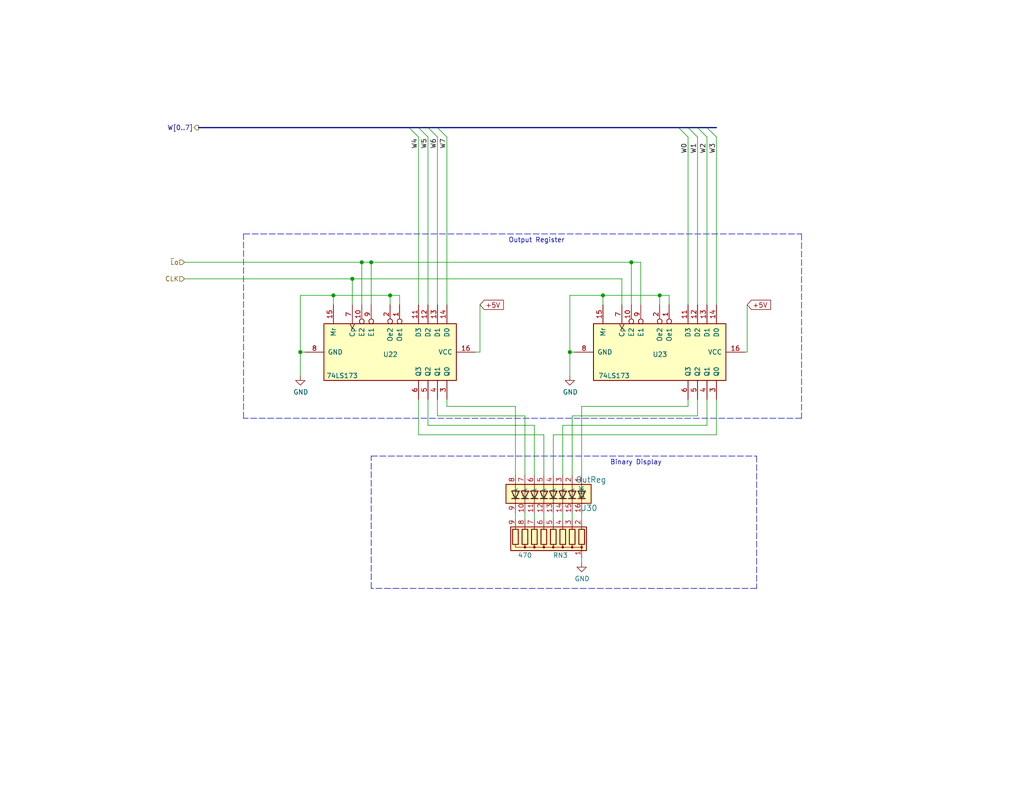
<source format=kicad_sch>
(kicad_sch (version 20211123) (generator eeschema)

  (uuid 93841440-55f7-441a-b3f3-1b6bc333ab9e)

  (paper "User" 275.006 215.011)

  (lib_symbols
    (symbol "74xx:74LS173" (pin_names (offset 1.016)) (in_bom yes) (on_board yes)
      (property "Reference" "U" (id 0) (at -7.62 19.05 0)
        (effects (font (size 1.27 1.27)))
      )
      (property "Value" "74LS173" (id 1) (at -7.62 -19.05 0)
        (effects (font (size 1.27 1.27)))
      )
      (property "Footprint" "" (id 2) (at 0 0 0)
        (effects (font (size 1.27 1.27)) hide)
      )
      (property "Datasheet" "http://www.ti.com/lit/gpn/sn74LS173" (id 3) (at 0 0 0)
        (effects (font (size 1.27 1.27)) hide)
      )
      (property "ki_locked" "" (id 4) (at 0 0 0)
        (effects (font (size 1.27 1.27)))
      )
      (property "ki_keywords" "TTL REG REG4 3State DFF" (id 5) (at 0 0 0)
        (effects (font (size 1.27 1.27)) hide)
      )
      (property "ki_description" "4-bit D-type Register, 3 state out" (id 6) (at 0 0 0)
        (effects (font (size 1.27 1.27)) hide)
      )
      (property "ki_fp_filters" "DIP?16*" (id 7) (at 0 0 0)
        (effects (font (size 1.27 1.27)) hide)
      )
      (symbol "74LS173_1_0"
        (pin input inverted (at -12.7 2.54 0) (length 5.08)
          (name "Oe1" (effects (font (size 1.27 1.27))))
          (number "1" (effects (font (size 1.27 1.27))))
        )
        (pin input inverted (at -12.7 -7.62 0) (length 5.08)
          (name "E2" (effects (font (size 1.27 1.27))))
          (number "10" (effects (font (size 1.27 1.27))))
        )
        (pin input line (at -12.7 7.62 0) (length 5.08)
          (name "D3" (effects (font (size 1.27 1.27))))
          (number "11" (effects (font (size 1.27 1.27))))
        )
        (pin input line (at -12.7 10.16 0) (length 5.08)
          (name "D2" (effects (font (size 1.27 1.27))))
          (number "12" (effects (font (size 1.27 1.27))))
        )
        (pin input line (at -12.7 12.7 0) (length 5.08)
          (name "D1" (effects (font (size 1.27 1.27))))
          (number "13" (effects (font (size 1.27 1.27))))
        )
        (pin input line (at -12.7 15.24 0) (length 5.08)
          (name "D0" (effects (font (size 1.27 1.27))))
          (number "14" (effects (font (size 1.27 1.27))))
        )
        (pin input line (at -12.7 -15.24 0) (length 5.08)
          (name "Mr" (effects (font (size 1.27 1.27))))
          (number "15" (effects (font (size 1.27 1.27))))
        )
        (pin power_in line (at 0 22.86 270) (length 5.08)
          (name "VCC" (effects (font (size 1.27 1.27))))
          (number "16" (effects (font (size 1.27 1.27))))
        )
        (pin input inverted (at -12.7 0 0) (length 5.08)
          (name "Oe2" (effects (font (size 1.27 1.27))))
          (number "2" (effects (font (size 1.27 1.27))))
        )
        (pin tri_state line (at 12.7 15.24 180) (length 5.08)
          (name "Q0" (effects (font (size 1.27 1.27))))
          (number "3" (effects (font (size 1.27 1.27))))
        )
        (pin tri_state line (at 12.7 12.7 180) (length 5.08)
          (name "Q1" (effects (font (size 1.27 1.27))))
          (number "4" (effects (font (size 1.27 1.27))))
        )
        (pin tri_state line (at 12.7 10.16 180) (length 5.08)
          (name "Q2" (effects (font (size 1.27 1.27))))
          (number "5" (effects (font (size 1.27 1.27))))
        )
        (pin tri_state line (at 12.7 7.62 180) (length 5.08)
          (name "Q3" (effects (font (size 1.27 1.27))))
          (number "6" (effects (font (size 1.27 1.27))))
        )
        (pin input clock (at -12.7 -10.16 0) (length 5.08)
          (name "Cp" (effects (font (size 1.27 1.27))))
          (number "7" (effects (font (size 1.27 1.27))))
        )
        (pin power_in line (at 0 -22.86 90) (length 5.08)
          (name "GND" (effects (font (size 1.27 1.27))))
          (number "8" (effects (font (size 1.27 1.27))))
        )
        (pin input inverted (at -12.7 -5.08 0) (length 5.08)
          (name "E1" (effects (font (size 1.27 1.27))))
          (number "9" (effects (font (size 1.27 1.27))))
        )
      )
      (symbol "74LS173_1_1"
        (rectangle (start -7.62 17.78) (end 7.62 -17.78)
          (stroke (width 0.254) (type default) (color 0 0 0 0))
          (fill (type background))
        )
      )
    )
    (symbol "8bitcomputer-Malvino-rescue:8segmBarGraph-zDirkLibrary" (pin_names (offset 1.016)) (in_bom yes) (on_board yes)
      (property "Reference" "U" (id 0) (at 0 12.7 0)
        (effects (font (size 1.524 1.524)))
      )
      (property "Value" "8segmBarGraph-zDirkLibrary" (id 1) (at 0 -12.7 0)
        (effects (font (size 1.524 1.524)))
      )
      (property "Footprint" "" (id 2) (at 0 0 0)
        (effects (font (size 1.524 1.524)) hide)
      )
      (property "Datasheet" "" (id 3) (at 0 0 0)
        (effects (font (size 1.524 1.524)) hide)
      )
      (symbol "8segmBarGraph-zDirkLibrary_1_1"
        (rectangle (start -2.54 11.43) (end 2.54 -11.43)
          (stroke (width 0.254) (type default) (color 0 0 0 0))
          (fill (type background))
        )
        (polyline
          (pts
            (xy -2.54 -8.89)
            (xy 2.54 -8.89)
          )
          (stroke (width 0) (type default) (color 0 0 0 0))
          (fill (type none))
        )
        (polyline
          (pts
            (xy -2.54 -6.35)
            (xy 2.54 -6.35)
          )
          (stroke (width 0) (type default) (color 0 0 0 0))
          (fill (type none))
        )
        (polyline
          (pts
            (xy -2.54 -1.27)
            (xy 2.54 -1.27)
          )
          (stroke (width 0) (type default) (color 0 0 0 0))
          (fill (type none))
        )
        (polyline
          (pts
            (xy -2.54 3.81)
            (xy 2.54 3.81)
          )
          (stroke (width 0) (type default) (color 0 0 0 0))
          (fill (type none))
        )
        (polyline
          (pts
            (xy -2.54 6.35)
            (xy 2.54 6.35)
          )
          (stroke (width 0) (type default) (color 0 0 0 0))
          (fill (type none))
        )
        (polyline
          (pts
            (xy -2.54 8.89)
            (xy 2.54 8.89)
          )
          (stroke (width 0) (type default) (color 0 0 0 0))
          (fill (type none))
        )
        (polyline
          (pts
            (xy 1.27 -7.874)
            (xy 1.27 -9.906)
          )
          (stroke (width 0.254) (type default) (color 0 0 0 0))
          (fill (type none))
        )
        (polyline
          (pts
            (xy 1.27 -5.334)
            (xy 1.27 -7.366)
          )
          (stroke (width 0.254) (type default) (color 0 0 0 0))
          (fill (type none))
        )
        (polyline
          (pts
            (xy 1.27 -2.794)
            (xy 1.27 -4.826)
          )
          (stroke (width 0.254) (type default) (color 0 0 0 0))
          (fill (type none))
        )
        (polyline
          (pts
            (xy 1.27 -0.254)
            (xy 1.27 -2.286)
          )
          (stroke (width 0.254) (type default) (color 0 0 0 0))
          (fill (type none))
        )
        (polyline
          (pts
            (xy 1.27 2.286)
            (xy 1.27 0.254)
          )
          (stroke (width 0.254) (type default) (color 0 0 0 0))
          (fill (type none))
        )
        (polyline
          (pts
            (xy 1.27 4.826)
            (xy 1.27 2.794)
          )
          (stroke (width 0.254) (type default) (color 0 0 0 0))
          (fill (type none))
        )
        (polyline
          (pts
            (xy 1.27 7.366)
            (xy 1.27 5.334)
          )
          (stroke (width 0.254) (type default) (color 0 0 0 0))
          (fill (type none))
        )
        (polyline
          (pts
            (xy 1.27 9.906)
            (xy 1.27 7.874)
          )
          (stroke (width 0.254) (type default) (color 0 0 0 0))
          (fill (type none))
        )
        (polyline
          (pts
            (xy 2.54 -3.81)
            (xy -2.54 -3.81)
          )
          (stroke (width 0) (type default) (color 0 0 0 0))
          (fill (type none))
        )
        (polyline
          (pts
            (xy 2.54 1.27)
            (xy -2.54 1.27)
          )
          (stroke (width 0) (type default) (color 0 0 0 0))
          (fill (type none))
        )
        (polyline
          (pts
            (xy -0.762 -7.874)
            (xy -0.762 -9.906)
            (xy 1.27 -8.89)
            (xy -0.762 -7.874)
          )
          (stroke (width 0.254) (type default) (color 0 0 0 0))
          (fill (type none))
        )
        (polyline
          (pts
            (xy -0.762 -5.334)
            (xy -0.762 -7.366)
            (xy 1.27 -6.35)
            (xy -0.762 -5.334)
          )
          (stroke (width 0.254) (type default) (color 0 0 0 0))
          (fill (type none))
        )
        (polyline
          (pts
            (xy -0.762 -2.794)
            (xy -0.762 -4.826)
            (xy 1.27 -3.81)
            (xy -0.762 -2.794)
          )
          (stroke (width 0.254) (type default) (color 0 0 0 0))
          (fill (type none))
        )
        (polyline
          (pts
            (xy -0.762 -0.254)
            (xy -0.762 -2.286)
            (xy 1.27 -1.27)
            (xy -0.762 -0.254)
          )
          (stroke (width 0.254) (type default) (color 0 0 0 0))
          (fill (type none))
        )
        (polyline
          (pts
            (xy -0.762 2.286)
            (xy -0.762 0.254)
            (xy 1.27 1.27)
            (xy -0.762 2.286)
          )
          (stroke (width 0.254) (type default) (color 0 0 0 0))
          (fill (type none))
        )
        (polyline
          (pts
            (xy -0.762 4.826)
            (xy -0.762 2.794)
            (xy 1.27 3.81)
            (xy -0.762 4.826)
          )
          (stroke (width 0.254) (type default) (color 0 0 0 0))
          (fill (type none))
        )
        (polyline
          (pts
            (xy -0.762 7.366)
            (xy -0.762 5.334)
            (xy 1.27 6.35)
            (xy -0.762 7.366)
          )
          (stroke (width 0.254) (type default) (color 0 0 0 0))
          (fill (type none))
        )
        (polyline
          (pts
            (xy -0.762 9.906)
            (xy -0.762 7.874)
            (xy 1.27 8.89)
            (xy -0.762 9.906)
          )
          (stroke (width 0.254) (type default) (color 0 0 0 0))
          (fill (type none))
        )
        (pin passive line (at -5.08 8.89 0) (length 2.54)
          (name "A" (effects (font (size 1.27 1.27))))
          (number "1" (effects (font (size 1.27 1.27))))
        )
        (pin passive line (at 5.08 -6.35 180) (length 2.54)
          (name "K" (effects (font (size 1.27 1.27))))
          (number "10" (effects (font (size 1.27 1.27))))
        )
        (pin passive line (at 5.08 -3.81 180) (length 2.54)
          (name "K" (effects (font (size 1.27 1.27))))
          (number "11" (effects (font (size 1.27 1.27))))
        )
        (pin passive line (at 5.08 -1.27 180) (length 2.54)
          (name "K" (effects (font (size 1.27 1.27))))
          (number "12" (effects (font (size 1.27 1.27))))
        )
        (pin passive line (at 5.08 1.27 180) (length 2.54)
          (name "K" (effects (font (size 1.27 1.27))))
          (number "13" (effects (font (size 1.27 1.27))))
        )
        (pin passive line (at 5.08 3.81 180) (length 2.54)
          (name "K" (effects (font (size 1.27 1.27))))
          (number "14" (effects (font (size 1.27 1.27))))
        )
        (pin passive line (at 5.08 6.35 180) (length 2.54)
          (name "K" (effects (font (size 1.27 1.27))))
          (number "15" (effects (font (size 1.27 1.27))))
        )
        (pin passive line (at 5.08 8.89 180) (length 2.54)
          (name "16K" (effects (font (size 1.27 1.27))))
          (number "16" (effects (font (size 1.27 1.27))))
        )
        (pin passive line (at -5.08 6.35 0) (length 2.54)
          (name "A" (effects (font (size 1.27 1.27))))
          (number "2" (effects (font (size 1.27 1.27))))
        )
        (pin passive line (at -5.08 3.81 0) (length 2.54)
          (name "A" (effects (font (size 1.27 1.27))))
          (number "3" (effects (font (size 1.27 1.27))))
        )
        (pin passive line (at -5.08 1.27 0) (length 2.54)
          (name "A" (effects (font (size 1.27 1.27))))
          (number "4" (effects (font (size 1.27 1.27))))
        )
        (pin passive line (at -5.08 -1.27 0) (length 2.54)
          (name "A" (effects (font (size 1.27 1.27))))
          (number "5" (effects (font (size 1.27 1.27))))
        )
        (pin passive line (at -5.08 -3.81 0) (length 2.54)
          (name "A" (effects (font (size 1.27 1.27))))
          (number "6" (effects (font (size 1.27 1.27))))
        )
        (pin passive line (at -5.08 -6.35 0) (length 2.54)
          (name "A" (effects (font (size 1.27 1.27))))
          (number "7" (effects (font (size 1.27 1.27))))
        )
        (pin passive line (at -5.08 -8.89 0) (length 2.54)
          (name "A" (effects (font (size 1.27 1.27))))
          (number "8" (effects (font (size 1.27 1.27))))
        )
        (pin passive line (at 5.08 -8.89 180) (length 2.54)
          (name "K" (effects (font (size 1.27 1.27))))
          (number "9" (effects (font (size 1.27 1.27))))
        )
      )
    )
    (symbol "Device:R_Network08" (pin_names (offset 0) hide) (in_bom yes) (on_board yes)
      (property "Reference" "RN" (id 0) (at -12.7 0 90)
        (effects (font (size 1.27 1.27)))
      )
      (property "Value" "R_Network08" (id 1) (at 10.16 0 90)
        (effects (font (size 1.27 1.27)))
      )
      (property "Footprint" "Resistor_THT:R_Array_SIP9" (id 2) (at 12.065 0 90)
        (effects (font (size 1.27 1.27)) hide)
      )
      (property "Datasheet" "http://www.vishay.com/docs/31509/csc.pdf" (id 3) (at 0 0 0)
        (effects (font (size 1.27 1.27)) hide)
      )
      (property "ki_keywords" "R network star-topology" (id 4) (at 0 0 0)
        (effects (font (size 1.27 1.27)) hide)
      )
      (property "ki_description" "8 resistor network, star topology, bussed resistors, small symbol" (id 5) (at 0 0 0)
        (effects (font (size 1.27 1.27)) hide)
      )
      (property "ki_fp_filters" "R?Array?SIP*" (id 6) (at 0 0 0)
        (effects (font (size 1.27 1.27)) hide)
      )
      (symbol "R_Network08_0_1"
        (rectangle (start -11.43 -3.175) (end 8.89 3.175)
          (stroke (width 0.254) (type default) (color 0 0 0 0))
          (fill (type background))
        )
        (rectangle (start -10.922 1.524) (end -9.398 -2.54)
          (stroke (width 0.254) (type default) (color 0 0 0 0))
          (fill (type none))
        )
        (circle (center -10.16 2.286) (radius 0.254)
          (stroke (width 0) (type default) (color 0 0 0 0))
          (fill (type outline))
        )
        (rectangle (start -8.382 1.524) (end -6.858 -2.54)
          (stroke (width 0.254) (type default) (color 0 0 0 0))
          (fill (type none))
        )
        (circle (center -7.62 2.286) (radius 0.254)
          (stroke (width 0) (type default) (color 0 0 0 0))
          (fill (type outline))
        )
        (rectangle (start -5.842 1.524) (end -4.318 -2.54)
          (stroke (width 0.254) (type default) (color 0 0 0 0))
          (fill (type none))
        )
        (circle (center -5.08 2.286) (radius 0.254)
          (stroke (width 0) (type default) (color 0 0 0 0))
          (fill (type outline))
        )
        (rectangle (start -3.302 1.524) (end -1.778 -2.54)
          (stroke (width 0.254) (type default) (color 0 0 0 0))
          (fill (type none))
        )
        (circle (center -2.54 2.286) (radius 0.254)
          (stroke (width 0) (type default) (color 0 0 0 0))
          (fill (type outline))
        )
        (rectangle (start -0.762 1.524) (end 0.762 -2.54)
          (stroke (width 0.254) (type default) (color 0 0 0 0))
          (fill (type none))
        )
        (polyline
          (pts
            (xy -10.16 -2.54)
            (xy -10.16 -3.81)
          )
          (stroke (width 0) (type default) (color 0 0 0 0))
          (fill (type none))
        )
        (polyline
          (pts
            (xy -7.62 -2.54)
            (xy -7.62 -3.81)
          )
          (stroke (width 0) (type default) (color 0 0 0 0))
          (fill (type none))
        )
        (polyline
          (pts
            (xy -5.08 -2.54)
            (xy -5.08 -3.81)
          )
          (stroke (width 0) (type default) (color 0 0 0 0))
          (fill (type none))
        )
        (polyline
          (pts
            (xy -2.54 -2.54)
            (xy -2.54 -3.81)
          )
          (stroke (width 0) (type default) (color 0 0 0 0))
          (fill (type none))
        )
        (polyline
          (pts
            (xy 0 -2.54)
            (xy 0 -3.81)
          )
          (stroke (width 0) (type default) (color 0 0 0 0))
          (fill (type none))
        )
        (polyline
          (pts
            (xy 2.54 -2.54)
            (xy 2.54 -3.81)
          )
          (stroke (width 0) (type default) (color 0 0 0 0))
          (fill (type none))
        )
        (polyline
          (pts
            (xy 5.08 -2.54)
            (xy 5.08 -3.81)
          )
          (stroke (width 0) (type default) (color 0 0 0 0))
          (fill (type none))
        )
        (polyline
          (pts
            (xy 7.62 -2.54)
            (xy 7.62 -3.81)
          )
          (stroke (width 0) (type default) (color 0 0 0 0))
          (fill (type none))
        )
        (polyline
          (pts
            (xy -10.16 1.524)
            (xy -10.16 2.286)
            (xy -7.62 2.286)
            (xy -7.62 1.524)
          )
          (stroke (width 0) (type default) (color 0 0 0 0))
          (fill (type none))
        )
        (polyline
          (pts
            (xy -7.62 1.524)
            (xy -7.62 2.286)
            (xy -5.08 2.286)
            (xy -5.08 1.524)
          )
          (stroke (width 0) (type default) (color 0 0 0 0))
          (fill (type none))
        )
        (polyline
          (pts
            (xy -5.08 1.524)
            (xy -5.08 2.286)
            (xy -2.54 2.286)
            (xy -2.54 1.524)
          )
          (stroke (width 0) (type default) (color 0 0 0 0))
          (fill (type none))
        )
        (polyline
          (pts
            (xy -2.54 1.524)
            (xy -2.54 2.286)
            (xy 0 2.286)
            (xy 0 1.524)
          )
          (stroke (width 0) (type default) (color 0 0 0 0))
          (fill (type none))
        )
        (polyline
          (pts
            (xy 0 1.524)
            (xy 0 2.286)
            (xy 2.54 2.286)
            (xy 2.54 1.524)
          )
          (stroke (width 0) (type default) (color 0 0 0 0))
          (fill (type none))
        )
        (polyline
          (pts
            (xy 2.54 1.524)
            (xy 2.54 2.286)
            (xy 5.08 2.286)
            (xy 5.08 1.524)
          )
          (stroke (width 0) (type default) (color 0 0 0 0))
          (fill (type none))
        )
        (polyline
          (pts
            (xy 5.08 1.524)
            (xy 5.08 2.286)
            (xy 7.62 2.286)
            (xy 7.62 1.524)
          )
          (stroke (width 0) (type default) (color 0 0 0 0))
          (fill (type none))
        )
        (circle (center 0 2.286) (radius 0.254)
          (stroke (width 0) (type default) (color 0 0 0 0))
          (fill (type outline))
        )
        (rectangle (start 1.778 1.524) (end 3.302 -2.54)
          (stroke (width 0.254) (type default) (color 0 0 0 0))
          (fill (type none))
        )
        (circle (center 2.54 2.286) (radius 0.254)
          (stroke (width 0) (type default) (color 0 0 0 0))
          (fill (type outline))
        )
        (rectangle (start 4.318 1.524) (end 5.842 -2.54)
          (stroke (width 0.254) (type default) (color 0 0 0 0))
          (fill (type none))
        )
        (circle (center 5.08 2.286) (radius 0.254)
          (stroke (width 0) (type default) (color 0 0 0 0))
          (fill (type outline))
        )
        (rectangle (start 6.858 1.524) (end 8.382 -2.54)
          (stroke (width 0.254) (type default) (color 0 0 0 0))
          (fill (type none))
        )
      )
      (symbol "R_Network08_1_1"
        (pin passive line (at -10.16 5.08 270) (length 2.54)
          (name "common" (effects (font (size 1.27 1.27))))
          (number "1" (effects (font (size 1.27 1.27))))
        )
        (pin passive line (at -10.16 -5.08 90) (length 1.27)
          (name "R1" (effects (font (size 1.27 1.27))))
          (number "2" (effects (font (size 1.27 1.27))))
        )
        (pin passive line (at -7.62 -5.08 90) (length 1.27)
          (name "R2" (effects (font (size 1.27 1.27))))
          (number "3" (effects (font (size 1.27 1.27))))
        )
        (pin passive line (at -5.08 -5.08 90) (length 1.27)
          (name "R3" (effects (font (size 1.27 1.27))))
          (number "4" (effects (font (size 1.27 1.27))))
        )
        (pin passive line (at -2.54 -5.08 90) (length 1.27)
          (name "R4" (effects (font (size 1.27 1.27))))
          (number "5" (effects (font (size 1.27 1.27))))
        )
        (pin passive line (at 0 -5.08 90) (length 1.27)
          (name "R5" (effects (font (size 1.27 1.27))))
          (number "6" (effects (font (size 1.27 1.27))))
        )
        (pin passive line (at 2.54 -5.08 90) (length 1.27)
          (name "R6" (effects (font (size 1.27 1.27))))
          (number "7" (effects (font (size 1.27 1.27))))
        )
        (pin passive line (at 5.08 -5.08 90) (length 1.27)
          (name "R7" (effects (font (size 1.27 1.27))))
          (number "8" (effects (font (size 1.27 1.27))))
        )
        (pin passive line (at 7.62 -5.08 90) (length 1.27)
          (name "R8" (effects (font (size 1.27 1.27))))
          (number "9" (effects (font (size 1.27 1.27))))
        )
      )
    )
    (symbol "power:GND" (power) (pin_names (offset 0)) (in_bom yes) (on_board yes)
      (property "Reference" "#PWR" (id 0) (at 0 -6.35 0)
        (effects (font (size 1.27 1.27)) hide)
      )
      (property "Value" "GND" (id 1) (at 0 -3.81 0)
        (effects (font (size 1.27 1.27)))
      )
      (property "Footprint" "" (id 2) (at 0 0 0)
        (effects (font (size 1.27 1.27)) hide)
      )
      (property "Datasheet" "" (id 3) (at 0 0 0)
        (effects (font (size 1.27 1.27)) hide)
      )
      (property "ki_keywords" "power-flag" (id 4) (at 0 0 0)
        (effects (font (size 1.27 1.27)) hide)
      )
      (property "ki_description" "Power symbol creates a global label with name \"GND\" , ground" (id 5) (at 0 0 0)
        (effects (font (size 1.27 1.27)) hide)
      )
      (symbol "GND_0_1"
        (polyline
          (pts
            (xy 0 0)
            (xy 0 -1.27)
            (xy 1.27 -1.27)
            (xy 0 -2.54)
            (xy -1.27 -1.27)
            (xy 0 -1.27)
          )
          (stroke (width 0) (type default) (color 0 0 0 0))
          (fill (type none))
        )
      )
      (symbol "GND_1_1"
        (pin power_in line (at 0 0 270) (length 0) hide
          (name "GND" (effects (font (size 1.27 1.27))))
          (number "1" (effects (font (size 1.27 1.27))))
        )
      )
    )
  )

  (junction (at 177.165 79.375) (diameter 0) (color 0 0 0 0)
    (uuid 0688e0c4-2dc9-4e27-b46d-882f9ecb8524)
  )
  (junction (at 161.925 79.375) (diameter 0) (color 0 0 0 0)
    (uuid 1d4391d4-e8a1-4e25-8d98-ea12a226f69c)
  )
  (junction (at 153.035 94.615) (diameter 0) (color 0 0 0 0)
    (uuid 285872cc-2b3a-42c1-95f2-3eb80529e2f4)
  )
  (junction (at 89.535 79.375) (diameter 0) (color 0 0 0 0)
    (uuid 35447394-3ce0-4fb6-8906-22d81f41b5f8)
  )
  (junction (at 99.695 70.485) (diameter 0) (color 0 0 0 0)
    (uuid 363c56f0-cfed-42ea-b68b-18889865faa8)
  )
  (junction (at 80.645 94.615) (diameter 0) (color 0 0 0 0)
    (uuid 6c68e25f-735e-4a01-9b69-8d133d5ce9a3)
  )
  (junction (at 104.775 79.375) (diameter 0) (color 0 0 0 0)
    (uuid 72ac459e-0826-4a0a-a79c-11f4ccf87645)
  )
  (junction (at 94.615 74.93) (diameter 0) (color 0 0 0 0)
    (uuid 78b0fcf3-b89b-4686-b930-4c1a8dba0e2e)
  )
  (junction (at 97.155 70.485) (diameter 0) (color 0 0 0 0)
    (uuid a660ec65-3bc4-4ed2-8f9d-922cb8b1b325)
  )
  (junction (at 169.545 70.485) (diameter 0) (color 0 0 0 0)
    (uuid f833fb71-60d2-4930-a152-bf1095daf9c6)
  )

  (bus_entry (at 114.935 34.29) (size 2.54 2.54)
    (stroke (width 0) (type default) (color 0 0 0 0))
    (uuid 08c5a17a-39cf-4833-a595-3b4023bf1bb5)
  )
  (bus_entry (at 187.325 34.29) (size 2.54 2.54)
    (stroke (width 0) (type default) (color 0 0 0 0))
    (uuid 38a6e327-deb1-4f49-a604-4f02d0a8766c)
  )
  (bus_entry (at 112.395 34.29) (size 2.54 2.54)
    (stroke (width 0) (type default) (color 0 0 0 0))
    (uuid 53f42836-9ed9-430f-9ae5-4fd9f8f8dea3)
  )
  (bus_entry (at 117.475 34.29) (size 2.54 2.54)
    (stroke (width 0) (type default) (color 0 0 0 0))
    (uuid 5cc65a1d-a979-4637-b616-6c65b3cbb6b1)
  )
  (bus_entry (at 189.865 34.29) (size 2.54 2.54)
    (stroke (width 0) (type default) (color 0 0 0 0))
    (uuid 7f7b221b-8592-4402-9934-04f42879d218)
  )
  (bus_entry (at 187.325 36.83) (size -2.54 -2.54)
    (stroke (width 0) (type default) (color 0 0 0 0))
    (uuid 9fd585f4-12c6-4917-876d-d80bf40c6343)
  )
  (bus_entry (at 109.855 34.29) (size 2.54 2.54)
    (stroke (width 0) (type default) (color 0 0 0 0))
    (uuid aa1964f3-24b0-4691-83e7-72a6caa767e2)
  )
  (bus_entry (at 184.785 36.83) (size -2.54 -2.54)
    (stroke (width 0) (type default) (color 0 0 0 0))
    (uuid d5924632-f652-496f-91bc-0f4c81fd8b23)
  )

  (polyline (pts (xy 65.405 112.395) (xy 65.405 62.865))
    (stroke (width 0) (type default) (color 0 0 0 0))
    (uuid 00677501-2b45-4598-b13b-118e765b8a28)
  )

  (wire (pts (xy 177.165 79.375) (xy 177.165 81.915))
    (stroke (width 0) (type default) (color 0 0 0 0))
    (uuid 016de67d-3bf5-4c73-922a-041d8666500e)
  )
  (wire (pts (xy 200.66 94.615) (xy 200.66 81.915))
    (stroke (width 0) (type default) (color 0 0 0 0))
    (uuid 016f322f-ffe6-4df5-bdea-4930ec857de6)
  )
  (wire (pts (xy 117.475 36.83) (xy 117.475 81.915))
    (stroke (width 0) (type default) (color 0 0 0 0))
    (uuid 0198bf8c-8fd2-4e70-b570-b7c4d5e29720)
  )
  (wire (pts (xy 148.59 116.84) (xy 192.405 116.84))
    (stroke (width 0) (type default) (color 0 0 0 0))
    (uuid 020aae0a-be9c-4288-af28-5d092c714458)
  )
  (wire (pts (xy 138.43 109.22) (xy 120.015 109.22))
    (stroke (width 0) (type default) (color 0 0 0 0))
    (uuid 09227474-d8bb-4aa5-81ff-0e5e5d5128bf)
  )
  (wire (pts (xy 192.405 107.315) (xy 192.405 116.84))
    (stroke (width 0) (type default) (color 0 0 0 0))
    (uuid 0ea82ab4-8cc4-422e-a293-b8fc75818e40)
  )
  (wire (pts (xy 161.925 79.375) (xy 153.035 79.375))
    (stroke (width 0) (type default) (color 0 0 0 0))
    (uuid 12851f09-f979-4adb-a333-dec721fc80d5)
  )
  (bus (pts (xy 184.785 34.29) (xy 187.325 34.29))
    (stroke (width 0) (type default) (color 0 0 0 0))
    (uuid 1375dbbf-058d-47d0-b95f-84726df7dfac)
  )

  (wire (pts (xy 200.025 94.615) (xy 200.66 94.615))
    (stroke (width 0) (type default) (color 0 0 0 0))
    (uuid 1445c2fb-f5fd-4874-b952-170b02f7bf16)
  )
  (wire (pts (xy 172.085 70.485) (xy 172.085 81.915))
    (stroke (width 0) (type default) (color 0 0 0 0))
    (uuid 1897f46f-2e4d-4b47-91e2-e6f677a6e7b4)
  )
  (wire (pts (xy 80.645 94.615) (xy 80.645 100.965))
    (stroke (width 0) (type default) (color 0 0 0 0))
    (uuid 1a567c9f-f41b-4647-8fdd-9a168043bfa0)
  )
  (wire (pts (xy 167.005 81.915) (xy 167.005 74.93))
    (stroke (width 0) (type default) (color 0 0 0 0))
    (uuid 1a6b0e8c-0598-4e71-a46b-6b0952dcac8e)
  )
  (wire (pts (xy 151.13 114.3) (xy 189.865 114.3))
    (stroke (width 0) (type default) (color 0 0 0 0))
    (uuid 1ae5f6e6-572e-48da-8698-b958e91179c5)
  )
  (wire (pts (xy 156.21 137.795) (xy 156.21 139.7))
    (stroke (width 0) (type default) (color 0 0 0 0))
    (uuid 1c3b75da-d5a4-4748-9324-da56fa4c521a)
  )
  (wire (pts (xy 140.97 137.795) (xy 140.97 139.7))
    (stroke (width 0) (type default) (color 0 0 0 0))
    (uuid 1c74d588-2c89-431e-8775-68126fb1fac4)
  )
  (bus (pts (xy 109.855 34.29) (xy 112.395 34.29))
    (stroke (width 0) (type default) (color 0 0 0 0))
    (uuid 1d76f48f-ddb1-45d2-984e-e7cca3e5096f)
  )

  (wire (pts (xy 148.59 137.795) (xy 148.59 139.7))
    (stroke (width 0) (type default) (color 0 0 0 0))
    (uuid 277beecb-009c-4570-b160-5559b8d2727c)
  )
  (wire (pts (xy 80.645 79.375) (xy 80.645 94.615))
    (stroke (width 0) (type default) (color 0 0 0 0))
    (uuid 29a99feb-68aa-4c20-8837-a4b4506963cd)
  )
  (wire (pts (xy 138.43 137.795) (xy 138.43 139.7))
    (stroke (width 0) (type default) (color 0 0 0 0))
    (uuid 2ab49700-4eaa-41a8-95f0-7c2aa9b650a9)
  )
  (wire (pts (xy 146.05 127.635) (xy 146.05 116.84))
    (stroke (width 0) (type default) (color 0 0 0 0))
    (uuid 2c3fbdbf-3a49-47e9-9d9a-ec462ea96937)
  )
  (wire (pts (xy 127.635 94.615) (xy 128.905 94.615))
    (stroke (width 0) (type default) (color 0 0 0 0))
    (uuid 2fd6a898-4989-4f82-833f-0481eb809b32)
  )
  (wire (pts (xy 143.51 127.635) (xy 143.51 114.3))
    (stroke (width 0) (type default) (color 0 0 0 0))
    (uuid 3e1bb3ff-cb89-47fa-a4df-cd2a0137eb65)
  )
  (wire (pts (xy 114.935 36.83) (xy 114.935 81.915))
    (stroke (width 0) (type default) (color 0 0 0 0))
    (uuid 3e4ed077-40ea-41df-8503-47f72441daec)
  )
  (wire (pts (xy 169.545 81.915) (xy 169.545 70.485))
    (stroke (width 0) (type default) (color 0 0 0 0))
    (uuid 409ab168-2fdb-4216-8427-014b31b137a4)
  )
  (polyline (pts (xy 99.695 122.555) (xy 203.2 122.555))
    (stroke (width 0) (type default) (color 0 0 0 0))
    (uuid 42fa2df1-8352-446f-83f3-05c1afa8a862)
  )

  (wire (pts (xy 153.035 94.615) (xy 153.035 100.965))
    (stroke (width 0) (type default) (color 0 0 0 0))
    (uuid 4933834a-d39a-4f45-ac80-a7a694b40d17)
  )
  (wire (pts (xy 143.51 114.3) (xy 114.935 114.3))
    (stroke (width 0) (type default) (color 0 0 0 0))
    (uuid 49aa77cf-7cb7-413b-88c8-abbd99d306e1)
  )
  (wire (pts (xy 153.035 79.375) (xy 153.035 94.615))
    (stroke (width 0) (type default) (color 0 0 0 0))
    (uuid 4ad7da11-6d20-4466-97f4-96edf3c8d9d3)
  )
  (polyline (pts (xy 203.2 122.555) (xy 203.2 158.115))
    (stroke (width 0) (type default) (color 0 0 0 0))
    (uuid 4b417ee9-7d47-430b-bf2c-97eac4f2f235)
  )

  (wire (pts (xy 97.155 70.485) (xy 49.53 70.485))
    (stroke (width 0) (type default) (color 0 0 0 0))
    (uuid 5383c124-9ca4-472a-bdd4-bedbe96d67b8)
  )
  (wire (pts (xy 94.615 74.93) (xy 49.53 74.93))
    (stroke (width 0) (type default) (color 0 0 0 0))
    (uuid 53a3da91-e756-45cc-bc8a-8961bc702ff7)
  )
  (wire (pts (xy 161.925 81.915) (xy 161.925 79.375))
    (stroke (width 0) (type default) (color 0 0 0 0))
    (uuid 562c1a94-4e3f-4ff3-a816-40e1654d55b8)
  )
  (bus (pts (xy 53.34 34.29) (xy 109.855 34.29))
    (stroke (width 0) (type default) (color 0 0 0 0))
    (uuid 574426d7-6778-4644-a8c2-a5ad18593bf0)
  )

  (polyline (pts (xy 65.405 62.865) (xy 215.265 62.865))
    (stroke (width 0) (type default) (color 0 0 0 0))
    (uuid 59f32660-de06-4ac4-94e9-107fdbfd2868)
  )

  (wire (pts (xy 179.705 79.375) (xy 179.705 81.915))
    (stroke (width 0) (type default) (color 0 0 0 0))
    (uuid 5cbfadd6-90ee-4231-abfc-419bc95d7e97)
  )
  (wire (pts (xy 117.475 111.76) (xy 117.475 107.315))
    (stroke (width 0) (type default) (color 0 0 0 0))
    (uuid 63442e31-582d-4307-a53c-ba12cf27a49c)
  )
  (wire (pts (xy 138.43 127.635) (xy 138.43 109.22))
    (stroke (width 0) (type default) (color 0 0 0 0))
    (uuid 652b91ea-4371-4fc7-987d-797c2c11ea59)
  )
  (wire (pts (xy 192.405 36.83) (xy 192.405 81.915))
    (stroke (width 0) (type default) (color 0 0 0 0))
    (uuid 6a622168-5e85-45a3-ba7d-3a4dfa7c174c)
  )
  (wire (pts (xy 169.545 70.485) (xy 99.695 70.485))
    (stroke (width 0) (type default) (color 0 0 0 0))
    (uuid 6c7b1ec0-b0e1-4d7a-a4a3-27de1267dd5b)
  )
  (wire (pts (xy 187.325 36.83) (xy 187.325 81.915))
    (stroke (width 0) (type default) (color 0 0 0 0))
    (uuid 6cce8148-6560-42cd-aebc-ded8972c7fdc)
  )
  (wire (pts (xy 161.925 79.375) (xy 177.165 79.375))
    (stroke (width 0) (type default) (color 0 0 0 0))
    (uuid 6eb853ba-96f5-4542-abd8-8523ac04b653)
  )
  (wire (pts (xy 140.97 127.635) (xy 140.97 111.76))
    (stroke (width 0) (type default) (color 0 0 0 0))
    (uuid 723d6ddd-fa24-4e96-9d9a-3776193002af)
  )
  (wire (pts (xy 146.05 137.795) (xy 146.05 139.7))
    (stroke (width 0) (type default) (color 0 0 0 0))
    (uuid 72710232-ff8d-4ac5-826c-6d077f15c03c)
  )
  (wire (pts (xy 187.325 111.76) (xy 187.325 107.315))
    (stroke (width 0) (type default) (color 0 0 0 0))
    (uuid 730e51ec-7881-42d6-acf5-ce7292f63adf)
  )
  (wire (pts (xy 81.915 94.615) (xy 80.645 94.615))
    (stroke (width 0) (type default) (color 0 0 0 0))
    (uuid 740ba405-71a7-402f-91a2-30f92223f98b)
  )
  (bus (pts (xy 114.935 34.29) (xy 117.475 34.29))
    (stroke (width 0) (type default) (color 0 0 0 0))
    (uuid 7eadfb0f-1ebe-42b3-a594-31a384f95a04)
  )

  (wire (pts (xy 128.905 94.615) (xy 128.905 81.915))
    (stroke (width 0) (type default) (color 0 0 0 0))
    (uuid 8144594b-234f-4e56-b801-d56b390a6fcb)
  )
  (bus (pts (xy 182.245 34.29) (xy 184.785 34.29))
    (stroke (width 0) (type default) (color 0 0 0 0))
    (uuid 876d77ce-3efa-45e3-b604-636894cabaf8)
  )

  (wire (pts (xy 89.535 81.915) (xy 89.535 79.375))
    (stroke (width 0) (type default) (color 0 0 0 0))
    (uuid 8c41e1ce-a8bf-4f63-8bca-21e1ff679d7a)
  )
  (wire (pts (xy 104.775 79.375) (xy 104.775 81.915))
    (stroke (width 0) (type default) (color 0 0 0 0))
    (uuid 8da34f3a-74c3-4bd4-912e-4ab185373e0b)
  )
  (wire (pts (xy 153.67 137.795) (xy 153.67 139.7))
    (stroke (width 0) (type default) (color 0 0 0 0))
    (uuid 8fb7d51b-8bca-4fb1-b5fd-bbc716d665da)
  )
  (wire (pts (xy 143.51 137.795) (xy 143.51 139.7))
    (stroke (width 0) (type default) (color 0 0 0 0))
    (uuid 92afc032-dec3-4e8d-a8c1-5e628653535a)
  )
  (wire (pts (xy 153.67 127.635) (xy 153.67 111.76))
    (stroke (width 0) (type default) (color 0 0 0 0))
    (uuid 97422328-143e-462a-a5c9-191f94d99440)
  )
  (wire (pts (xy 112.395 36.83) (xy 112.395 81.915))
    (stroke (width 0) (type default) (color 0 0 0 0))
    (uuid 975f2fdd-2cb8-42d3-8f9e-9d96225fd73c)
  )
  (wire (pts (xy 89.535 79.375) (xy 104.775 79.375))
    (stroke (width 0) (type default) (color 0 0 0 0))
    (uuid 995abc64-8baf-45a0-8aa9-8e8865d39e22)
  )
  (wire (pts (xy 169.545 70.485) (xy 172.085 70.485))
    (stroke (width 0) (type default) (color 0 0 0 0))
    (uuid 9b526729-0a6c-4193-b632-bf8008567433)
  )
  (wire (pts (xy 120.015 109.22) (xy 120.015 107.315))
    (stroke (width 0) (type default) (color 0 0 0 0))
    (uuid 9d8b2be2-b6bd-492f-b4af-ae7baba01c29)
  )
  (wire (pts (xy 189.865 36.83) (xy 189.865 81.915))
    (stroke (width 0) (type default) (color 0 0 0 0))
    (uuid a483cc79-68fd-49d8-a8df-2814a5c9e8b2)
  )
  (wire (pts (xy 97.155 70.485) (xy 99.695 70.485))
    (stroke (width 0) (type default) (color 0 0 0 0))
    (uuid a667bd5f-0443-4311-95e2-5cc8e9344b9d)
  )
  (wire (pts (xy 114.935 114.3) (xy 114.935 107.315))
    (stroke (width 0) (type default) (color 0 0 0 0))
    (uuid ac511acf-532b-4234-9e00-eef0c76a1cfd)
  )
  (wire (pts (xy 156.21 109.22) (xy 184.785 109.22))
    (stroke (width 0) (type default) (color 0 0 0 0))
    (uuid af716e6a-315a-4dfa-89bc-1dc418c345b8)
  )
  (wire (pts (xy 177.165 79.375) (xy 179.705 79.375))
    (stroke (width 0) (type default) (color 0 0 0 0))
    (uuid b678b143-2875-4c1f-a0cc-1388e58a306e)
  )
  (polyline (pts (xy 215.265 62.865) (xy 215.265 112.395))
    (stroke (width 0) (type default) (color 0 0 0 0))
    (uuid b84f015e-cf60-45b3-aef8-93af2dbffa34)
  )

  (wire (pts (xy 148.59 127.635) (xy 148.59 116.84))
    (stroke (width 0) (type default) (color 0 0 0 0))
    (uuid bb3d5279-4073-4f96-a428-de3e2de6869e)
  )
  (wire (pts (xy 154.305 94.615) (xy 153.035 94.615))
    (stroke (width 0) (type default) (color 0 0 0 0))
    (uuid bb5b9a05-4be6-4c91-963e-720f622c5175)
  )
  (polyline (pts (xy 99.695 158.115) (xy 99.695 122.555))
    (stroke (width 0) (type default) (color 0 0 0 0))
    (uuid bb83a716-fba7-4f34-a67d-db32c05540b7)
  )

  (wire (pts (xy 99.695 70.485) (xy 99.695 81.915))
    (stroke (width 0) (type default) (color 0 0 0 0))
    (uuid c0c9a356-3f29-4d65-b0d4-8720b0fc1840)
  )
  (wire (pts (xy 89.535 79.375) (xy 80.645 79.375))
    (stroke (width 0) (type default) (color 0 0 0 0))
    (uuid c69bf322-9df5-4f25-a1cc-e6a387ae5820)
  )
  (wire (pts (xy 94.615 81.915) (xy 94.615 74.93))
    (stroke (width 0) (type default) (color 0 0 0 0))
    (uuid cb66abc3-51f9-4ea8-9fab-9ff4eca8120b)
  )
  (wire (pts (xy 140.97 111.76) (xy 117.475 111.76))
    (stroke (width 0) (type default) (color 0 0 0 0))
    (uuid cba11e2f-8fbb-4636-8d0b-6e9a82148bfb)
  )
  (wire (pts (xy 104.775 79.375) (xy 107.315 79.375))
    (stroke (width 0) (type default) (color 0 0 0 0))
    (uuid cbec79c4-86c0-4528-a392-a4cd1c5804f5)
  )
  (wire (pts (xy 120.015 36.83) (xy 120.015 81.915))
    (stroke (width 0) (type default) (color 0 0 0 0))
    (uuid ce9bc524-9990-4c6e-a389-01cc1b15d693)
  )
  (polyline (pts (xy 215.265 112.395) (xy 65.405 112.395))
    (stroke (width 0) (type default) (color 0 0 0 0))
    (uuid d661875d-814d-4fc0-979a-f4446e0b10f9)
  )

  (wire (pts (xy 189.865 107.315) (xy 189.865 114.3))
    (stroke (width 0) (type default) (color 0 0 0 0))
    (uuid d6c4ab8e-49cd-4da7-b7e9-a7db00d9ee1e)
  )
  (wire (pts (xy 151.13 137.795) (xy 151.13 139.7))
    (stroke (width 0) (type default) (color 0 0 0 0))
    (uuid d74cf9e6-6a64-4b74-bcd6-6967e6b85175)
  )
  (bus (pts (xy 187.325 34.29) (xy 189.865 34.29))
    (stroke (width 0) (type default) (color 0 0 0 0))
    (uuid d80a4004-e325-472b-882d-06c11023e427)
  )

  (wire (pts (xy 97.155 81.915) (xy 97.155 70.485))
    (stroke (width 0) (type default) (color 0 0 0 0))
    (uuid db176fae-55de-4cae-b47e-31ad5c6f6c7d)
  )
  (polyline (pts (xy 203.2 158.115) (xy 99.695 158.115))
    (stroke (width 0) (type default) (color 0 0 0 0))
    (uuid e1bf02df-dd72-4068-8ec6-60860e21656d)
  )

  (bus (pts (xy 112.395 34.29) (xy 114.935 34.29))
    (stroke (width 0) (type default) (color 0 0 0 0))
    (uuid e65488f3-c415-479d-9c20-4eb0b460a194)
  )

  (wire (pts (xy 153.67 111.76) (xy 187.325 111.76))
    (stroke (width 0) (type default) (color 0 0 0 0))
    (uuid e80a1bbe-2aeb-485a-98cc-9a91fbee6517)
  )
  (wire (pts (xy 156.21 149.86) (xy 156.21 151.13))
    (stroke (width 0) (type default) (color 0 0 0 0))
    (uuid e818385e-1161-424b-bb22-77636c2fbde2)
  )
  (wire (pts (xy 107.315 79.375) (xy 107.315 81.915))
    (stroke (width 0) (type default) (color 0 0 0 0))
    (uuid e8988afc-93d6-4f08-8432-9f3be7d8cffb)
  )
  (wire (pts (xy 156.21 127.635) (xy 156.21 109.22))
    (stroke (width 0) (type default) (color 0 0 0 0))
    (uuid ed357124-f955-44d5-9c50-d2a6dded7000)
  )
  (wire (pts (xy 167.005 74.93) (xy 94.615 74.93))
    (stroke (width 0) (type default) (color 0 0 0 0))
    (uuid f040599d-4aed-4bd1-b3c7-0a897cdd043b)
  )
  (bus (pts (xy 117.475 34.29) (xy 182.245 34.29))
    (stroke (width 0) (type default) (color 0 0 0 0))
    (uuid f409a6e5-f462-4417-b627-534b56940453)
  )

  (wire (pts (xy 151.13 127.635) (xy 151.13 114.3))
    (stroke (width 0) (type default) (color 0 0 0 0))
    (uuid f741aa8f-9675-4ba1-ba60-e1db97f311f4)
  )
  (wire (pts (xy 112.395 116.84) (xy 112.395 107.315))
    (stroke (width 0) (type default) (color 0 0 0 0))
    (uuid f82944e6-723d-47e6-83f6-2cc9b872fa58)
  )
  (wire (pts (xy 146.05 116.84) (xy 112.395 116.84))
    (stroke (width 0) (type default) (color 0 0 0 0))
    (uuid f83f7a78-c2a1-49e8-99fd-08f6882918be)
  )
  (wire (pts (xy 184.785 109.22) (xy 184.785 107.315))
    (stroke (width 0) (type default) (color 0 0 0 0))
    (uuid f8f65a3b-23ca-4b92-8c61-280b5d056e46)
  )
  (wire (pts (xy 184.785 36.83) (xy 184.785 81.915))
    (stroke (width 0) (type default) (color 0 0 0 0))
    (uuid f98d29b6-df40-4a2d-84ba-3c30aea57e68)
  )
  (bus (pts (xy 189.865 34.29) (xy 192.405 34.29))
    (stroke (width 0) (type default) (color 0 0 0 0))
    (uuid f9e969cb-5c4b-4def-af96-d3b8db76b053)
  )

  (text "Binary Display" (at 163.83 125.095 0)
    (effects (font (size 1.27 1.27)) (justify left bottom))
    (uuid 85ef50fc-29e6-4fdd-9283-69c33eedc74a)
  )
  (text "Output Register" (at 136.525 65.405 0)
    (effects (font (size 1.27 1.27)) (justify left bottom))
    (uuid c4fea0d6-a685-49da-bf2a-4200720a0f5a)
  )

  (label "W0" (at 184.785 41.275 90)
    (effects (font (size 1.27 1.27)) (justify left bottom))
    (uuid 1140a5c8-d8b8-4073-b612-2f6c6bb2ac4e)
  )
  (label "W1" (at 187.325 41.275 90)
    (effects (font (size 1.27 1.27)) (justify left bottom))
    (uuid 62dae8df-184b-435a-a873-830784ccf9de)
  )
  (label "W3" (at 192.405 41.275 90)
    (effects (font (size 1.27 1.27)) (justify left bottom))
    (uuid 9f657315-a930-4107-b1c8-5ff788a36918)
  )
  (label "W4" (at 112.395 40.005 90)
    (effects (font (size 1.27 1.27)) (justify left bottom))
    (uuid ab17800e-916b-421e-9a09-e3ee37324d38)
  )
  (label "W5" (at 114.935 40.005 90)
    (effects (font (size 1.27 1.27)) (justify left bottom))
    (uuid ad5b6453-fecb-4e9f-9253-8feb2b02f725)
  )
  (label "W6" (at 117.475 40.005 90)
    (effects (font (size 1.27 1.27)) (justify left bottom))
    (uuid c410f271-c4fa-414b-a093-3444b48954ac)
  )
  (label "W7" (at 120.015 40.005 90)
    (effects (font (size 1.27 1.27)) (justify left bottom))
    (uuid e36777af-b6a1-4a89-86ce-a29eb527324c)
  )
  (label "W2" (at 189.865 41.275 90)
    (effects (font (size 1.27 1.27)) (justify left bottom))
    (uuid e39607e9-ab6e-4c0f-bcaf-ead221bd76e9)
  )

  (global_label "+5V" (shape input) (at 128.905 81.915 0) (fields_autoplaced)
    (effects (font (size 1.27 1.27)) (justify left))
    (uuid 3ea33e72-a385-49f3-803a-e14d16703217)
    (property "Intersheet References" "${INTERSHEET_REFS}" (id 0) (at 0 0 0)
      (effects (font (size 1.27 1.27)) hide)
    )
  )
  (global_label "+5V" (shape input) (at 200.66 81.915 0) (fields_autoplaced)
    (effects (font (size 1.27 1.27)) (justify left))
    (uuid cc1b46ff-7c57-46e3-b646-9898b1142113)
    (property "Intersheet References" "${INTERSHEET_REFS}" (id 0) (at 0 0 0)
      (effects (font (size 1.27 1.27)) hide)
    )
  )

  (hierarchical_label "W[0..7]" (shape output) (at 53.34 34.29 180)
    (effects (font (size 1.27 1.27)) (justify right))
    (uuid 001b61df-91c0-48c9-b07c-739d8362291d)
  )
  (hierarchical_label "CLK" (shape input) (at 49.53 74.93 180)
    (effects (font (size 1.27 1.27)) (justify right))
    (uuid 47e8e99a-eef7-4708-9ac2-fe5851340e66)
  )
  (hierarchical_label "~{L}o" (shape input) (at 49.53 70.485 180)
    (effects (font (size 1.27 1.27)) (justify right))
    (uuid f86f3d7c-ec11-4ce2-8671-bf57d021f99c)
  )

  (symbol (lib_id "74xx:74LS173") (at 104.775 94.615 270) (unit 1)
    (in_bom yes) (on_board yes)
    (uuid 00000000-0000-0000-0000-00006193c152)
    (property "Reference" "U22" (id 0) (at 102.87 95.25 90)
      (effects (font (size 1.27 1.27)) (justify left))
    )
    (property "Value" "74LS173" (id 1) (at 87.63 100.965 90)
      (effects (font (size 1.27 1.27)) (justify left))
    )
    (property "Footprint" "Package_DIP:DIP-16_W7.62mm_LongPads" (id 2) (at 104.775 94.615 0)
      (effects (font (size 1.27 1.27)) hide)
    )
    (property "Datasheet" "http://www.ti.com/lit/gpn/sn74LS173" (id 3) (at 104.775 94.615 0)
      (effects (font (size 1.27 1.27)) hide)
    )
    (pin "1" (uuid 7c31c4cf-c754-473f-bd55-a8ea164c6ac6))
    (pin "10" (uuid 0b04926f-f0df-48a6-992f-b16387d555ab))
    (pin "11" (uuid 531ddb54-bbd4-4eaf-aec1-c28a8f4a2807))
    (pin "12" (uuid 35bac68e-b4dc-4433-a8f6-a0bebc591a7a))
    (pin "13" (uuid 7ebe4be2-c50a-466e-b9c9-fbfcb0799d5e))
    (pin "14" (uuid 7030fe30-99e3-4ae7-bf00-7b1931a7b557))
    (pin "15" (uuid c9bf2cca-b607-4d98-b35a-3f3946b5bbd5))
    (pin "16" (uuid 55da473f-3f4e-4cdf-b2af-1b4842ff0aaa))
    (pin "2" (uuid 822e34b5-6f07-4b0d-9543-e3c6a7627f30))
    (pin "3" (uuid 5202af52-b4cf-49c4-9a36-66947fc9991f))
    (pin "4" (uuid cf1c3d2b-8544-43b8-80d0-d889a3e88c99))
    (pin "5" (uuid f7ee36a0-0a14-4a55-ba21-9ca66758b6d4))
    (pin "6" (uuid 598cf150-83e0-4034-97dc-cddfa84bee81))
    (pin "7" (uuid ee9071ed-c006-4652-be43-7dc2a1325fec))
    (pin "8" (uuid b73d954f-3631-4ce8-b453-0d130e76b9c8))
    (pin "9" (uuid f6394e0c-9094-4b52-81d0-8e728d2390b8))
  )

  (symbol (lib_id "power:GND") (at 80.645 100.965 0) (unit 1)
    (in_bom yes) (on_board yes)
    (uuid 00000000-0000-0000-0000-00006193c158)
    (property "Reference" "#PWR023" (id 0) (at 80.645 107.315 0)
      (effects (font (size 1.27 1.27)) hide)
    )
    (property "Value" "GND" (id 1) (at 80.772 105.3592 0))
    (property "Footprint" "" (id 2) (at 80.645 100.965 0)
      (effects (font (size 1.27 1.27)) hide)
    )
    (property "Datasheet" "" (id 3) (at 80.645 100.965 0)
      (effects (font (size 1.27 1.27)) hide)
    )
    (pin "1" (uuid 7e3f5d0b-432a-4a0a-88a7-352f80c4d787))
  )

  (symbol (lib_id "74xx:74LS173") (at 177.165 94.615 270) (unit 1)
    (in_bom yes) (on_board yes)
    (uuid 00000000-0000-0000-0000-00006193c176)
    (property "Reference" "U23" (id 0) (at 175.26 95.25 90)
      (effects (font (size 1.27 1.27)) (justify left))
    )
    (property "Value" "74LS173" (id 1) (at 160.655 100.965 90)
      (effects (font (size 1.27 1.27)) (justify left))
    )
    (property "Footprint" "Package_DIP:DIP-16_W7.62mm_LongPads" (id 2) (at 177.165 94.615 0)
      (effects (font (size 1.27 1.27)) hide)
    )
    (property "Datasheet" "http://www.ti.com/lit/gpn/sn74LS173" (id 3) (at 177.165 94.615 0)
      (effects (font (size 1.27 1.27)) hide)
    )
    (pin "1" (uuid 821e7138-b2e5-40ca-b64d-303644a19f2d))
    (pin "10" (uuid c9ae23ee-2fb2-44b5-9584-0a2dcddf5237))
    (pin "11" (uuid 2c2804f0-5444-4857-8568-b44e4e92294c))
    (pin "12" (uuid ef7d2ba5-2aa5-4f79-b0fe-f920ebcf10bc))
    (pin "13" (uuid 548c44cf-40ae-4811-ae7f-6f0c4c0086e2))
    (pin "14" (uuid 651f9e70-311f-4596-ac00-33d50a0954e1))
    (pin "15" (uuid b044d7e3-9d83-4db3-afe2-4768d53dcc92))
    (pin "16" (uuid b0156768-a65e-4f8a-9a8a-5cd7a25d33e5))
    (pin "2" (uuid 6aedb505-4029-4310-af22-74a79281460b))
    (pin "3" (uuid 29edffa6-e9f1-490c-aa39-1e87107b20f8))
    (pin "4" (uuid 2883f65e-e1b5-430a-a80a-389f5d46634a))
    (pin "5" (uuid 0100513c-2fd1-46da-92c0-e96a7aa2c716))
    (pin "6" (uuid 9b2579a0-3019-4878-9622-5e89160a683f))
    (pin "7" (uuid 94bbf830-fdde-4ddd-a86f-7e047b677c3a))
    (pin "8" (uuid ce090336-3eb5-42fb-8641-d60165d43213))
    (pin "9" (uuid 46317625-ecfb-4f23-a7cd-4def54b91152))
  )

  (symbol (lib_id "power:GND") (at 153.035 100.965 0) (unit 1)
    (in_bom yes) (on_board yes)
    (uuid 00000000-0000-0000-0000-00006193c17c)
    (property "Reference" "#PWR025" (id 0) (at 153.035 107.315 0)
      (effects (font (size 1.27 1.27)) hide)
    )
    (property "Value" "GND" (id 1) (at 153.162 105.3592 0))
    (property "Footprint" "" (id 2) (at 153.035 100.965 0)
      (effects (font (size 1.27 1.27)) hide)
    )
    (property "Datasheet" "" (id 3) (at 153.035 100.965 0)
      (effects (font (size 1.27 1.27)) hide)
    )
    (pin "1" (uuid 7391facf-49da-486d-ab60-34674e8e8711))
  )

  (symbol (lib_id "power:GND") (at 156.21 151.13 0) (unit 1)
    (in_bom yes) (on_board yes)
    (uuid 00000000-0000-0000-0000-000062d09382)
    (property "Reference" "#PWR024" (id 0) (at 156.21 157.48 0)
      (effects (font (size 1.27 1.27)) hide)
    )
    (property "Value" "GND" (id 1) (at 156.337 155.5242 0))
    (property "Footprint" "" (id 2) (at 156.21 151.13 0)
      (effects (font (size 1.27 1.27)) hide)
    )
    (property "Datasheet" "" (id 3) (at 156.21 151.13 0)
      (effects (font (size 1.27 1.27)) hide)
    )
    (pin "1" (uuid 7251fc13-bcfb-4fcb-978e-7fa32e08d5c0))
  )

  (symbol (lib_id "8bitcomputer-Malvino-rescue:8segmBarGraph-zDirkLibrary") (at 147.32 132.715 270) (unit 1)
    (in_bom yes) (on_board yes)
    (uuid 00000000-0000-0000-0000-000062d09388)
    (property "Reference" "U30" (id 0) (at 158.115 136.525 90)
      (effects (font (size 1.524 1.524)))
    )
    (property "Value" "OutReg" (id 1) (at 158.75 128.905 90)
      (effects (font (size 1.524 1.524)))
    )
    (property "Footprint" "Package_DIP:DIP-16_W7.62mm_LongPads" (id 2) (at 147.32 132.715 0)
      (effects (font (size 1.524 1.524)) hide)
    )
    (property "Datasheet" "" (id 3) (at 147.32 132.715 0)
      (effects (font (size 1.524 1.524)) hide)
    )
    (pin "1" (uuid 7ea6c94a-a200-43cf-ad30-e19f3b4796b1))
    (pin "10" (uuid 4598b157-8307-49ac-b91a-e66a7ae83384))
    (pin "11" (uuid 6e9afff2-bb32-49d6-b504-933d640c9d45))
    (pin "12" (uuid a4bbb1cc-5ae2-492a-84ab-9ce0c06297fb))
    (pin "13" (uuid 6b77ff3a-4d7b-4f6c-a275-539fab289bf8))
    (pin "14" (uuid 890661a4-8e45-475e-a2ed-a90690244082))
    (pin "15" (uuid b37610b0-6e9b-4e62-b29d-84e5de2505b4))
    (pin "16" (uuid 4ae6173f-021c-48ab-80bd-b8329ad3d0a8))
    (pin "2" (uuid b0a7c0db-1070-4dd2-8000-06729109fa1d))
    (pin "3" (uuid 4eefe5e0-7545-49d2-914c-53b01b73657c))
    (pin "4" (uuid fe1899dd-6fd6-42ce-b4a7-6b4454531ecf))
    (pin "5" (uuid 180c1429-f5e1-4814-b4de-2c8b95c1796b))
    (pin "6" (uuid e0cc4639-6ccc-4505-a8ee-c2928e78961e))
    (pin "7" (uuid 9907aa37-7a9f-46ee-b8db-49278566db49))
    (pin "8" (uuid 79c93abf-8d2d-474e-8cd1-82be52069424))
    (pin "9" (uuid 005bff2d-0c89-4bac-ab3c-6e7908f6cf16))
  )

  (symbol (lib_id "Device:R_Network08") (at 146.05 144.78 180) (unit 1)
    (in_bom yes) (on_board yes)
    (uuid 00000000-0000-0000-0000-000062d0938e)
    (property "Reference" "RN3" (id 0) (at 150.495 149.225 0))
    (property "Value" "470" (id 1) (at 140.97 149.225 0))
    (property "Footprint" "Resistor_THT:R_Array_SIP9" (id 2) (at 133.985 144.78 90)
      (effects (font (size 1.27 1.27)) hide)
    )
    (property "Datasheet" "http://www.vishay.com/docs/31509/csc.pdf" (id 3) (at 146.05 144.78 0)
      (effects (font (size 1.27 1.27)) hide)
    )
    (pin "1" (uuid f728279b-547f-4f4d-af3e-90accf04b20e))
    (pin "2" (uuid 5c02ad5d-13b2-4095-a62c-8dd377c8acd7))
    (pin "3" (uuid 9abe88a9-e6c0-4d7e-9c07-c243e8fdf062))
    (pin "4" (uuid ea58f8ac-650f-4a82-94e7-1bc8bbe595e1))
    (pin "5" (uuid 30b29931-39f3-412f-b0e6-ed720accc0f0))
    (pin "6" (uuid da33c708-a632-49ea-befd-5ef547caa58e))
    (pin "7" (uuid 9b2f8b4b-a3c1-4b64-8dfd-83b6a9c2ea81))
    (pin "8" (uuid ddefa1b6-38dc-485c-b286-0b36a8ebb1a0))
    (pin "9" (uuid 580654b8-aeb5-481c-83f6-cd37998e34fb))
  )
)

</source>
